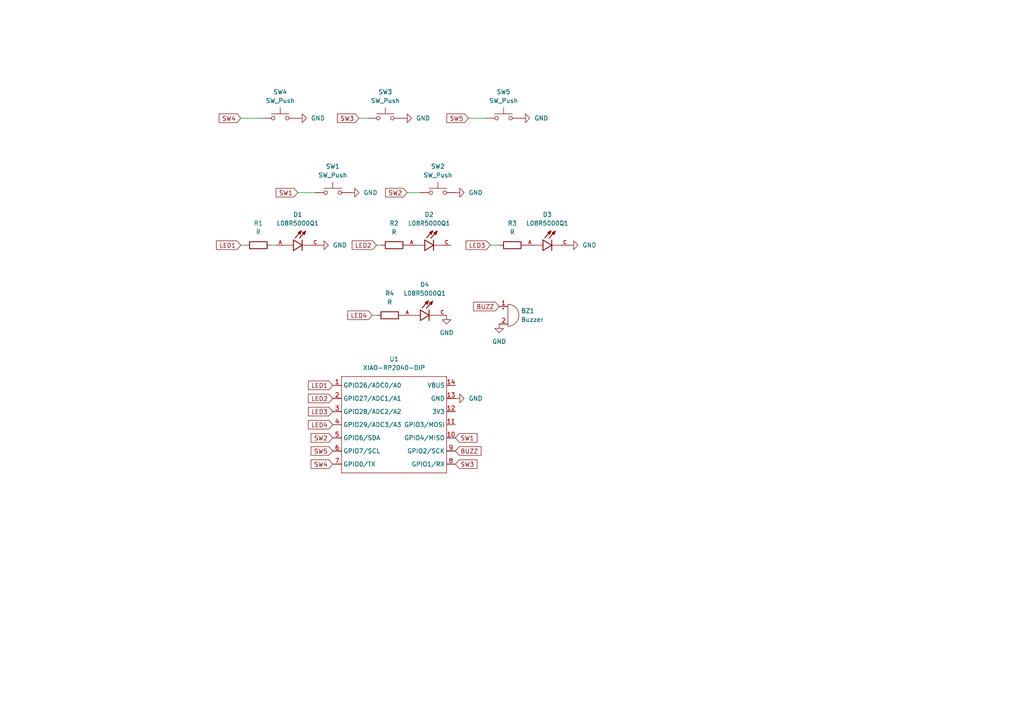
<source format=kicad_sch>
(kicad_sch
	(version 20250114)
	(generator "eeschema")
	(generator_version "9.0")
	(uuid "6e0ad182-ab19-4c39-881d-63bdc7ab4b12")
	(paper "A4")
	(lib_symbols
		(symbol "Device:Buzzer"
			(pin_names
				(offset 0.0254)
				(hide yes)
			)
			(exclude_from_sim no)
			(in_bom yes)
			(on_board yes)
			(property "Reference" "BZ"
				(at 3.81 1.27 0)
				(effects
					(font
						(size 1.27 1.27)
					)
					(justify left)
				)
			)
			(property "Value" "Buzzer"
				(at 3.81 -1.27 0)
				(effects
					(font
						(size 1.27 1.27)
					)
					(justify left)
				)
			)
			(property "Footprint" ""
				(at -0.635 2.54 90)
				(effects
					(font
						(size 1.27 1.27)
					)
					(hide yes)
				)
			)
			(property "Datasheet" "~"
				(at -0.635 2.54 90)
				(effects
					(font
						(size 1.27 1.27)
					)
					(hide yes)
				)
			)
			(property "Description" "Buzzer, polarized"
				(at 0 0 0)
				(effects
					(font
						(size 1.27 1.27)
					)
					(hide yes)
				)
			)
			(property "ki_keywords" "quartz resonator ceramic"
				(at 0 0 0)
				(effects
					(font
						(size 1.27 1.27)
					)
					(hide yes)
				)
			)
			(property "ki_fp_filters" "*Buzzer*"
				(at 0 0 0)
				(effects
					(font
						(size 1.27 1.27)
					)
					(hide yes)
				)
			)
			(symbol "Buzzer_0_1"
				(polyline
					(pts
						(xy -1.651 1.905) (xy -1.143 1.905)
					)
					(stroke
						(width 0)
						(type default)
					)
					(fill
						(type none)
					)
				)
				(polyline
					(pts
						(xy -1.397 2.159) (xy -1.397 1.651)
					)
					(stroke
						(width 0)
						(type default)
					)
					(fill
						(type none)
					)
				)
				(arc
					(start 0 3.175)
					(mid 3.1612 0)
					(end 0 -3.175)
					(stroke
						(width 0)
						(type default)
					)
					(fill
						(type none)
					)
				)
				(polyline
					(pts
						(xy 0 3.175) (xy 0 -3.175)
					)
					(stroke
						(width 0)
						(type default)
					)
					(fill
						(type none)
					)
				)
			)
			(symbol "Buzzer_1_1"
				(pin passive line
					(at -2.54 2.54 0)
					(length 2.54)
					(name "+"
						(effects
							(font
								(size 1.27 1.27)
							)
						)
					)
					(number "1"
						(effects
							(font
								(size 1.27 1.27)
							)
						)
					)
				)
				(pin passive line
					(at -2.54 -2.54 0)
					(length 2.54)
					(name "-"
						(effects
							(font
								(size 1.27 1.27)
							)
						)
					)
					(number "2"
						(effects
							(font
								(size 1.27 1.27)
							)
						)
					)
				)
			)
			(embedded_fonts no)
		)
		(symbol "Device:R"
			(pin_numbers
				(hide yes)
			)
			(pin_names
				(offset 0)
			)
			(exclude_from_sim no)
			(in_bom yes)
			(on_board yes)
			(property "Reference" "R"
				(at 2.032 0 90)
				(effects
					(font
						(size 1.27 1.27)
					)
				)
			)
			(property "Value" "R"
				(at 0 0 90)
				(effects
					(font
						(size 1.27 1.27)
					)
				)
			)
			(property "Footprint" ""
				(at -1.778 0 90)
				(effects
					(font
						(size 1.27 1.27)
					)
					(hide yes)
				)
			)
			(property "Datasheet" "~"
				(at 0 0 0)
				(effects
					(font
						(size 1.27 1.27)
					)
					(hide yes)
				)
			)
			(property "Description" "Resistor"
				(at 0 0 0)
				(effects
					(font
						(size 1.27 1.27)
					)
					(hide yes)
				)
			)
			(property "ki_keywords" "R res resistor"
				(at 0 0 0)
				(effects
					(font
						(size 1.27 1.27)
					)
					(hide yes)
				)
			)
			(property "ki_fp_filters" "R_*"
				(at 0 0 0)
				(effects
					(font
						(size 1.27 1.27)
					)
					(hide yes)
				)
			)
			(symbol "R_0_1"
				(rectangle
					(start -1.016 -2.54)
					(end 1.016 2.54)
					(stroke
						(width 0.254)
						(type default)
					)
					(fill
						(type none)
					)
				)
			)
			(symbol "R_1_1"
				(pin passive line
					(at 0 3.81 270)
					(length 1.27)
					(name "~"
						(effects
							(font
								(size 1.27 1.27)
							)
						)
					)
					(number "1"
						(effects
							(font
								(size 1.27 1.27)
							)
						)
					)
				)
				(pin passive line
					(at 0 -3.81 90)
					(length 1.27)
					(name "~"
						(effects
							(font
								(size 1.27 1.27)
							)
						)
					)
					(number "2"
						(effects
							(font
								(size 1.27 1.27)
							)
						)
					)
				)
			)
			(embedded_fonts no)
		)
		(symbol "L08R5000Q1:L08R5000Q1"
			(pin_names
				(offset 1.016)
			)
			(exclude_from_sim no)
			(in_bom yes)
			(on_board yes)
			(property "Reference" "D"
				(at -3.0988 4.4958 0)
				(effects
					(font
						(size 1.27 1.27)
					)
					(justify left bottom)
				)
			)
			(property "Value" "L08R5000Q1"
				(at -3.556 -3.302 0)
				(effects
					(font
						(size 1.27 1.27)
					)
					(justify left bottom)
				)
			)
			(property "Footprint" "L08R5000Q1:LEDRD254W57D500H1070"
				(at 0 0 0)
				(effects
					(font
						(size 1.27 1.27)
					)
					(justify bottom)
					(hide yes)
				)
			)
			(property "Datasheet" ""
				(at 0 0 0)
				(effects
					(font
						(size 1.27 1.27)
					)
					(hide yes)
				)
			)
			(property "Description" ""
				(at 0 0 0)
				(effects
					(font
						(size 1.27 1.27)
					)
					(hide yes)
				)
			)
			(property "MF" "LED Technology"
				(at 0 0 0)
				(effects
					(font
						(size 1.27 1.27)
					)
					(justify bottom)
					(hide yes)
				)
			)
			(property "MAXIMUM_PACKAGE_HEIGHT" "10.7mm"
				(at 0 0 0)
				(effects
					(font
						(size 1.27 1.27)
					)
					(justify bottom)
					(hide yes)
				)
			)
			(property "Package" "None"
				(at 0 0 0)
				(effects
					(font
						(size 1.27 1.27)
					)
					(justify bottom)
					(hide yes)
				)
			)
			(property "Price" "None"
				(at 0 0 0)
				(effects
					(font
						(size 1.27 1.27)
					)
					(justify bottom)
					(hide yes)
				)
			)
			(property "Check_prices" "https://www.snapeda.com/parts/L08R5000Q1/LED+Technology/view-part/?ref=eda"
				(at 0 0 0)
				(effects
					(font
						(size 1.27 1.27)
					)
					(justify bottom)
					(hide yes)
				)
			)
			(property "STANDARD" "IPC-7351B"
				(at 0 0 0)
				(effects
					(font
						(size 1.27 1.27)
					)
					(justify bottom)
					(hide yes)
				)
			)
			(property "PARTREV" "NA"
				(at 0 0 0)
				(effects
					(font
						(size 1.27 1.27)
					)
					(justify bottom)
					(hide yes)
				)
			)
			(property "SnapEDA_Link" "https://www.snapeda.com/parts/L08R5000Q1/LED+Technology/view-part/?ref=snap"
				(at 0 0 0)
				(effects
					(font
						(size 1.27 1.27)
					)
					(justify bottom)
					(hide yes)
				)
			)
			(property "MP" "L08R5000Q1"
				(at 0 0 0)
				(effects
					(font
						(size 1.27 1.27)
					)
					(justify bottom)
					(hide yes)
				)
			)
			(property "Description_1" "LED, 5MM, ORANGE; LED / Lamp Size: 5mm / T-1 3/4; LED Colour: Orange; Typ Luminous Intensity: 4.3mcd; Viewing Angle: ..."
				(at 0 0 0)
				(effects
					(font
						(size 1.27 1.27)
					)
					(justify bottom)
					(hide yes)
				)
			)
			(property "Availability" "Not in stock"
				(at 0 0 0)
				(effects
					(font
						(size 1.27 1.27)
					)
					(justify bottom)
					(hide yes)
				)
			)
			(property "MANUFACTURER" "LED TECHNOLOGY"
				(at 0 0 0)
				(effects
					(font
						(size 1.27 1.27)
					)
					(justify bottom)
					(hide yes)
				)
			)
			(symbol "L08R5000Q1_0_0"
				(polyline
					(pts
						(xy -2.54 1.524) (xy -2.54 0)
					)
					(stroke
						(width 0.254)
						(type default)
					)
					(fill
						(type none)
					)
				)
				(polyline
					(pts
						(xy -2.54 0) (xy -5.08 0)
					)
					(stroke
						(width 0.1524)
						(type default)
					)
					(fill
						(type none)
					)
				)
				(polyline
					(pts
						(xy -2.54 0) (xy -2.54 -1.524)
					)
					(stroke
						(width 0.254)
						(type default)
					)
					(fill
						(type none)
					)
				)
				(polyline
					(pts
						(xy -2.54 -1.524) (xy 0 0)
					)
					(stroke
						(width 0.254)
						(type default)
					)
					(fill
						(type none)
					)
				)
				(polyline
					(pts
						(xy -1.1176 3.683) (xy -0.2286 4.1656)
					)
					(stroke
						(width 0.254)
						(type default)
					)
					(fill
						(type none)
					)
				)
				(polyline
					(pts
						(xy -0.9398 3.6068) (xy -0.7112 3.7592)
					)
					(stroke
						(width 0.254)
						(type default)
					)
					(fill
						(type none)
					)
				)
				(polyline
					(pts
						(xy -0.5588 3.2004) (xy -1.1176 3.683)
					)
					(stroke
						(width 0.254)
						(type default)
					)
					(fill
						(type none)
					)
				)
				(polyline
					(pts
						(xy -0.5588 3.2004) (xy -0.5334 3.937)
					)
					(stroke
						(width 0.254)
						(type default)
					)
					(fill
						(type none)
					)
				)
				(polyline
					(pts
						(xy -0.5334 3.937) (xy -0.6604 3.937)
					)
					(stroke
						(width 0.254)
						(type default)
					)
					(fill
						(type none)
					)
				)
				(polyline
					(pts
						(xy -0.2286 4.1656) (xy -2.0066 2.1336)
					)
					(stroke
						(width 0.254)
						(type default)
					)
					(fill
						(type none)
					)
				)
				(polyline
					(pts
						(xy -0.2286 4.1656) (xy -0.5588 3.2004)
					)
					(stroke
						(width 0.254)
						(type default)
					)
					(fill
						(type none)
					)
				)
				(polyline
					(pts
						(xy 0 1.524) (xy 0 0)
					)
					(stroke
						(width 0.254)
						(type default)
					)
					(fill
						(type none)
					)
				)
				(polyline
					(pts
						(xy 0 0) (xy -2.54 1.524)
					)
					(stroke
						(width 0.254)
						(type default)
					)
					(fill
						(type none)
					)
				)
				(polyline
					(pts
						(xy 0 0) (xy 0 -1.524)
					)
					(stroke
						(width 0.254)
						(type default)
					)
					(fill
						(type none)
					)
				)
				(polyline
					(pts
						(xy 0.127 3.5814) (xy 1.016 4.064)
					)
					(stroke
						(width 0.254)
						(type default)
					)
					(fill
						(type none)
					)
				)
				(polyline
					(pts
						(xy 0.3048 3.5052) (xy 0.5334 3.6576)
					)
					(stroke
						(width 0.254)
						(type default)
					)
					(fill
						(type none)
					)
				)
				(polyline
					(pts
						(xy 0.6858 3.0988) (xy 0.127 3.5814)
					)
					(stroke
						(width 0.254)
						(type default)
					)
					(fill
						(type none)
					)
				)
				(polyline
					(pts
						(xy 0.6858 3.0988) (xy 0.7112 3.8354)
					)
					(stroke
						(width 0.254)
						(type default)
					)
					(fill
						(type none)
					)
				)
				(polyline
					(pts
						(xy 0.7112 3.8354) (xy 0.5842 3.8354)
					)
					(stroke
						(width 0.254)
						(type default)
					)
					(fill
						(type none)
					)
				)
				(polyline
					(pts
						(xy 1.016 4.064) (xy -0.762 2.032)
					)
					(stroke
						(width 0.254)
						(type default)
					)
					(fill
						(type none)
					)
				)
				(polyline
					(pts
						(xy 1.016 4.064) (xy 0.6858 3.0988)
					)
					(stroke
						(width 0.254)
						(type default)
					)
					(fill
						(type none)
					)
				)
				(polyline
					(pts
						(xy 2.54 0) (xy 0 0)
					)
					(stroke
						(width 0.1524)
						(type default)
					)
					(fill
						(type none)
					)
				)
				(pin passive line
					(at -7.62 0 0)
					(length 2.54)
					(name "~"
						(effects
							(font
								(size 1.016 1.016)
							)
						)
					)
					(number "A"
						(effects
							(font
								(size 1.016 1.016)
							)
						)
					)
				)
				(pin passive line
					(at 5.08 0 180)
					(length 2.54)
					(name "~"
						(effects
							(font
								(size 1.016 1.016)
							)
						)
					)
					(number "C"
						(effects
							(font
								(size 1.016 1.016)
							)
						)
					)
				)
			)
			(embedded_fonts no)
		)
		(symbol "Seeed_Studio_XIAO_Series:XIAO-RP2040-DIP"
			(exclude_from_sim no)
			(in_bom yes)
			(on_board yes)
			(property "Reference" "U"
				(at 0 0 0)
				(effects
					(font
						(size 1.27 1.27)
					)
				)
			)
			(property "Value" "XIAO-RP2040-DIP"
				(at 5.334 -1.778 0)
				(effects
					(font
						(size 1.27 1.27)
					)
				)
			)
			(property "Footprint" "Module:MOUDLE14P-XIAO-DIP-SMD"
				(at 14.478 -32.258 0)
				(effects
					(font
						(size 1.27 1.27)
					)
					(hide yes)
				)
			)
			(property "Datasheet" ""
				(at 0 0 0)
				(effects
					(font
						(size 1.27 1.27)
					)
					(hide yes)
				)
			)
			(property "Description" ""
				(at 0 0 0)
				(effects
					(font
						(size 1.27 1.27)
					)
					(hide yes)
				)
			)
			(symbol "XIAO-RP2040-DIP_1_0"
				(polyline
					(pts
						(xy -1.27 -2.54) (xy 29.21 -2.54)
					)
					(stroke
						(width 0.1524)
						(type solid)
					)
					(fill
						(type none)
					)
				)
				(polyline
					(pts
						(xy -1.27 -5.08) (xy -2.54 -5.08)
					)
					(stroke
						(width 0.1524)
						(type solid)
					)
					(fill
						(type none)
					)
				)
				(polyline
					(pts
						(xy -1.27 -5.08) (xy -1.27 -2.54)
					)
					(stroke
						(width 0.1524)
						(type solid)
					)
					(fill
						(type none)
					)
				)
				(polyline
					(pts
						(xy -1.27 -8.89) (xy -2.54 -8.89)
					)
					(stroke
						(width 0.1524)
						(type solid)
					)
					(fill
						(type none)
					)
				)
				(polyline
					(pts
						(xy -1.27 -8.89) (xy -1.27 -5.08)
					)
					(stroke
						(width 0.1524)
						(type solid)
					)
					(fill
						(type none)
					)
				)
				(polyline
					(pts
						(xy -1.27 -12.7) (xy -2.54 -12.7)
					)
					(stroke
						(width 0.1524)
						(type solid)
					)
					(fill
						(type none)
					)
				)
				(polyline
					(pts
						(xy -1.27 -12.7) (xy -1.27 -8.89)
					)
					(stroke
						(width 0.1524)
						(type solid)
					)
					(fill
						(type none)
					)
				)
				(polyline
					(pts
						(xy -1.27 -16.51) (xy -2.54 -16.51)
					)
					(stroke
						(width 0.1524)
						(type solid)
					)
					(fill
						(type none)
					)
				)
				(polyline
					(pts
						(xy -1.27 -16.51) (xy -1.27 -12.7)
					)
					(stroke
						(width 0.1524)
						(type solid)
					)
					(fill
						(type none)
					)
				)
				(polyline
					(pts
						(xy -1.27 -20.32) (xy -2.54 -20.32)
					)
					(stroke
						(width 0.1524)
						(type solid)
					)
					(fill
						(type none)
					)
				)
				(polyline
					(pts
						(xy -1.27 -24.13) (xy -2.54 -24.13)
					)
					(stroke
						(width 0.1524)
						(type solid)
					)
					(fill
						(type none)
					)
				)
				(polyline
					(pts
						(xy -1.27 -27.94) (xy -2.54 -27.94)
					)
					(stroke
						(width 0.1524)
						(type solid)
					)
					(fill
						(type none)
					)
				)
				(polyline
					(pts
						(xy -1.27 -30.48) (xy -1.27 -16.51)
					)
					(stroke
						(width 0.1524)
						(type solid)
					)
					(fill
						(type none)
					)
				)
				(polyline
					(pts
						(xy 29.21 -2.54) (xy 29.21 -5.08)
					)
					(stroke
						(width 0.1524)
						(type solid)
					)
					(fill
						(type none)
					)
				)
				(polyline
					(pts
						(xy 29.21 -5.08) (xy 29.21 -8.89)
					)
					(stroke
						(width 0.1524)
						(type solid)
					)
					(fill
						(type none)
					)
				)
				(polyline
					(pts
						(xy 29.21 -8.89) (xy 29.21 -12.7)
					)
					(stroke
						(width 0.1524)
						(type solid)
					)
					(fill
						(type none)
					)
				)
				(polyline
					(pts
						(xy 29.21 -12.7) (xy 29.21 -30.48)
					)
					(stroke
						(width 0.1524)
						(type solid)
					)
					(fill
						(type none)
					)
				)
				(polyline
					(pts
						(xy 29.21 -30.48) (xy -1.27 -30.48)
					)
					(stroke
						(width 0.1524)
						(type solid)
					)
					(fill
						(type none)
					)
				)
				(polyline
					(pts
						(xy 30.48 -5.08) (xy 29.21 -5.08)
					)
					(stroke
						(width 0.1524)
						(type solid)
					)
					(fill
						(type none)
					)
				)
				(polyline
					(pts
						(xy 30.48 -8.89) (xy 29.21 -8.89)
					)
					(stroke
						(width 0.1524)
						(type solid)
					)
					(fill
						(type none)
					)
				)
				(polyline
					(pts
						(xy 30.48 -12.7) (xy 29.21 -12.7)
					)
					(stroke
						(width 0.1524)
						(type solid)
					)
					(fill
						(type none)
					)
				)
				(polyline
					(pts
						(xy 30.48 -16.51) (xy 29.21 -16.51)
					)
					(stroke
						(width 0.1524)
						(type solid)
					)
					(fill
						(type none)
					)
				)
				(polyline
					(pts
						(xy 30.48 -20.32) (xy 29.21 -20.32)
					)
					(stroke
						(width 0.1524)
						(type solid)
					)
					(fill
						(type none)
					)
				)
				(polyline
					(pts
						(xy 30.48 -24.13) (xy 29.21 -24.13)
					)
					(stroke
						(width 0.1524)
						(type solid)
					)
					(fill
						(type none)
					)
				)
				(polyline
					(pts
						(xy 30.48 -27.94) (xy 29.21 -27.94)
					)
					(stroke
						(width 0.1524)
						(type solid)
					)
					(fill
						(type none)
					)
				)
				(pin passive line
					(at -3.81 -5.08 0)
					(length 2.54)
					(name "GPIO26/ADC0/A0"
						(effects
							(font
								(size 1.27 1.27)
							)
						)
					)
					(number "1"
						(effects
							(font
								(size 1.27 1.27)
							)
						)
					)
				)
				(pin passive line
					(at -3.81 -8.89 0)
					(length 2.54)
					(name "GPIO27/ADC1/A1"
						(effects
							(font
								(size 1.27 1.27)
							)
						)
					)
					(number "2"
						(effects
							(font
								(size 1.27 1.27)
							)
						)
					)
				)
				(pin passive line
					(at -3.81 -12.7 0)
					(length 2.54)
					(name "GPIO28/ADC2/A2"
						(effects
							(font
								(size 1.27 1.27)
							)
						)
					)
					(number "3"
						(effects
							(font
								(size 1.27 1.27)
							)
						)
					)
				)
				(pin passive line
					(at -3.81 -16.51 0)
					(length 2.54)
					(name "GPIO29/ADC3/A3"
						(effects
							(font
								(size 1.27 1.27)
							)
						)
					)
					(number "4"
						(effects
							(font
								(size 1.27 1.27)
							)
						)
					)
				)
				(pin passive line
					(at -3.81 -20.32 0)
					(length 2.54)
					(name "GPIO6/SDA"
						(effects
							(font
								(size 1.27 1.27)
							)
						)
					)
					(number "5"
						(effects
							(font
								(size 1.27 1.27)
							)
						)
					)
				)
				(pin passive line
					(at -3.81 -24.13 0)
					(length 2.54)
					(name "GPIO7/SCL"
						(effects
							(font
								(size 1.27 1.27)
							)
						)
					)
					(number "6"
						(effects
							(font
								(size 1.27 1.27)
							)
						)
					)
				)
				(pin passive line
					(at -3.81 -27.94 0)
					(length 2.54)
					(name "GPIO0/TX"
						(effects
							(font
								(size 1.27 1.27)
							)
						)
					)
					(number "7"
						(effects
							(font
								(size 1.27 1.27)
							)
						)
					)
				)
				(pin passive line
					(at 31.75 -5.08 180)
					(length 2.54)
					(name "VBUS"
						(effects
							(font
								(size 1.27 1.27)
							)
						)
					)
					(number "14"
						(effects
							(font
								(size 1.27 1.27)
							)
						)
					)
				)
				(pin passive line
					(at 31.75 -8.89 180)
					(length 2.54)
					(name "GND"
						(effects
							(font
								(size 1.27 1.27)
							)
						)
					)
					(number "13"
						(effects
							(font
								(size 1.27 1.27)
							)
						)
					)
				)
				(pin passive line
					(at 31.75 -12.7 180)
					(length 2.54)
					(name "3V3"
						(effects
							(font
								(size 1.27 1.27)
							)
						)
					)
					(number "12"
						(effects
							(font
								(size 1.27 1.27)
							)
						)
					)
				)
				(pin passive line
					(at 31.75 -16.51 180)
					(length 2.54)
					(name "GPIO3/MOSI"
						(effects
							(font
								(size 1.27 1.27)
							)
						)
					)
					(number "11"
						(effects
							(font
								(size 1.27 1.27)
							)
						)
					)
				)
				(pin passive line
					(at 31.75 -20.32 180)
					(length 2.54)
					(name "GPIO4/MISO"
						(effects
							(font
								(size 1.27 1.27)
							)
						)
					)
					(number "10"
						(effects
							(font
								(size 1.27 1.27)
							)
						)
					)
				)
				(pin passive line
					(at 31.75 -24.13 180)
					(length 2.54)
					(name "GPIO2/SCK"
						(effects
							(font
								(size 1.27 1.27)
							)
						)
					)
					(number "9"
						(effects
							(font
								(size 1.27 1.27)
							)
						)
					)
				)
				(pin passive line
					(at 31.75 -27.94 180)
					(length 2.54)
					(name "GPIO1/RX"
						(effects
							(font
								(size 1.27 1.27)
							)
						)
					)
					(number "8"
						(effects
							(font
								(size 1.27 1.27)
							)
						)
					)
				)
			)
			(embedded_fonts no)
		)
		(symbol "Switch:SW_Push"
			(pin_numbers
				(hide yes)
			)
			(pin_names
				(offset 1.016)
				(hide yes)
			)
			(exclude_from_sim no)
			(in_bom yes)
			(on_board yes)
			(property "Reference" "SW"
				(at 1.27 2.54 0)
				(effects
					(font
						(size 1.27 1.27)
					)
					(justify left)
				)
			)
			(property "Value" "SW_Push"
				(at 0 -1.524 0)
				(effects
					(font
						(size 1.27 1.27)
					)
				)
			)
			(property "Footprint" ""
				(at 0 5.08 0)
				(effects
					(font
						(size 1.27 1.27)
					)
					(hide yes)
				)
			)
			(property "Datasheet" "~"
				(at 0 5.08 0)
				(effects
					(font
						(size 1.27 1.27)
					)
					(hide yes)
				)
			)
			(property "Description" "Push button switch, generic, two pins"
				(at 0 0 0)
				(effects
					(font
						(size 1.27 1.27)
					)
					(hide yes)
				)
			)
			(property "ki_keywords" "switch normally-open pushbutton push-button"
				(at 0 0 0)
				(effects
					(font
						(size 1.27 1.27)
					)
					(hide yes)
				)
			)
			(symbol "SW_Push_0_1"
				(circle
					(center -2.032 0)
					(radius 0.508)
					(stroke
						(width 0)
						(type default)
					)
					(fill
						(type none)
					)
				)
				(polyline
					(pts
						(xy 0 1.27) (xy 0 3.048)
					)
					(stroke
						(width 0)
						(type default)
					)
					(fill
						(type none)
					)
				)
				(circle
					(center 2.032 0)
					(radius 0.508)
					(stroke
						(width 0)
						(type default)
					)
					(fill
						(type none)
					)
				)
				(polyline
					(pts
						(xy 2.54 1.27) (xy -2.54 1.27)
					)
					(stroke
						(width 0)
						(type default)
					)
					(fill
						(type none)
					)
				)
				(pin passive line
					(at -5.08 0 0)
					(length 2.54)
					(name "1"
						(effects
							(font
								(size 1.27 1.27)
							)
						)
					)
					(number "1"
						(effects
							(font
								(size 1.27 1.27)
							)
						)
					)
				)
				(pin passive line
					(at 5.08 0 180)
					(length 2.54)
					(name "2"
						(effects
							(font
								(size 1.27 1.27)
							)
						)
					)
					(number "2"
						(effects
							(font
								(size 1.27 1.27)
							)
						)
					)
				)
			)
			(embedded_fonts no)
		)
		(symbol "power:GND"
			(power)
			(pin_numbers
				(hide yes)
			)
			(pin_names
				(offset 0)
				(hide yes)
			)
			(exclude_from_sim no)
			(in_bom yes)
			(on_board yes)
			(property "Reference" "#PWR"
				(at 0 -6.35 0)
				(effects
					(font
						(size 1.27 1.27)
					)
					(hide yes)
				)
			)
			(property "Value" "GND"
				(at 0 -3.81 0)
				(effects
					(font
						(size 1.27 1.27)
					)
				)
			)
			(property "Footprint" ""
				(at 0 0 0)
				(effects
					(font
						(size 1.27 1.27)
					)
					(hide yes)
				)
			)
			(property "Datasheet" ""
				(at 0 0 0)
				(effects
					(font
						(size 1.27 1.27)
					)
					(hide yes)
				)
			)
			(property "Description" "Power symbol creates a global label with name \"GND\" , ground"
				(at 0 0 0)
				(effects
					(font
						(size 1.27 1.27)
					)
					(hide yes)
				)
			)
			(property "ki_keywords" "global power"
				(at 0 0 0)
				(effects
					(font
						(size 1.27 1.27)
					)
					(hide yes)
				)
			)
			(symbol "GND_0_1"
				(polyline
					(pts
						(xy 0 0) (xy 0 -1.27) (xy 1.27 -1.27) (xy 0 -2.54) (xy -1.27 -1.27) (xy 0 -1.27)
					)
					(stroke
						(width 0)
						(type default)
					)
					(fill
						(type none)
					)
				)
			)
			(symbol "GND_1_1"
				(pin power_in line
					(at 0 0 270)
					(length 0)
					(name "~"
						(effects
							(font
								(size 1.27 1.27)
							)
						)
					)
					(number "1"
						(effects
							(font
								(size 1.27 1.27)
							)
						)
					)
				)
			)
			(embedded_fonts no)
		)
	)
	(wire
		(pts
			(xy 107.95 91.44) (xy 109.22 91.44)
		)
		(stroke
			(width 0)
			(type default)
		)
		(uuid "25fa82dc-2279-4e91-8f18-85b3b5463a93")
	)
	(wire
		(pts
			(xy 69.85 34.29) (xy 76.2 34.29)
		)
		(stroke
			(width 0)
			(type default)
		)
		(uuid "2caafdfa-5f3c-47c3-8d75-9a3c5f29f5be")
	)
	(wire
		(pts
			(xy 69.85 71.12) (xy 71.12 71.12)
		)
		(stroke
			(width 0)
			(type default)
		)
		(uuid "506b372a-b746-4ad7-be2a-d76c660f9651")
	)
	(wire
		(pts
			(xy 104.14 34.29) (xy 106.68 34.29)
		)
		(stroke
			(width 0)
			(type default)
		)
		(uuid "50bae55d-76f5-4be4-a96e-5dec956e2aa5")
	)
	(wire
		(pts
			(xy 118.11 55.88) (xy 121.92 55.88)
		)
		(stroke
			(width 0)
			(type default)
		)
		(uuid "5fe421c3-7d94-4af7-9b11-f2e5d44bfde3")
	)
	(wire
		(pts
			(xy 135.89 34.29) (xy 140.97 34.29)
		)
		(stroke
			(width 0)
			(type default)
		)
		(uuid "6683eb2e-50f5-4687-bbf5-2a90cae66f80")
	)
	(wire
		(pts
			(xy 142.24 71.12) (xy 144.78 71.12)
		)
		(stroke
			(width 0)
			(type default)
		)
		(uuid "72675e5a-bb88-4702-9fb9-f49f5fa66657")
	)
	(wire
		(pts
			(xy 109.22 71.12) (xy 110.49 71.12)
		)
		(stroke
			(width 0)
			(type default)
		)
		(uuid "a1c03a84-3dde-4788-8cd9-08526fbd3334")
	)
	(wire
		(pts
			(xy 78.74 71.12) (xy 80.01 71.12)
		)
		(stroke
			(width 0)
			(type default)
		)
		(uuid "c2767d7b-3b77-47e4-82c4-43f3ca64fbf5")
	)
	(wire
		(pts
			(xy 86.36 55.88) (xy 91.44 55.88)
		)
		(stroke
			(width 0)
			(type default)
		)
		(uuid "f211279e-b82a-4560-833e-56411adc4123")
	)
	(global_label "LED1"
		(shape input)
		(at 96.52 111.76 180)
		(fields_autoplaced yes)
		(effects
			(font
				(size 1.27 1.27)
			)
			(justify right)
		)
		(uuid "00ef1af0-6713-455a-8b8a-25149c67be13")
		(property "Intersheetrefs" "${INTERSHEET_REFS}"
			(at 88.8782 111.76 0)
			(effects
				(font
					(size 1.27 1.27)
				)
				(justify right)
				(hide yes)
			)
		)
	)
	(global_label "SW4"
		(shape input)
		(at 69.85 34.29 180)
		(fields_autoplaced yes)
		(effects
			(font
				(size 1.27 1.27)
			)
			(justify right)
		)
		(uuid "2b0a855a-a27e-4a3e-9d4b-1b29cd588803")
		(property "Intersheetrefs" "${INTERSHEET_REFS}"
			(at 62.9944 34.29 0)
			(effects
				(font
					(size 1.27 1.27)
				)
				(justify right)
				(hide yes)
			)
		)
	)
	(global_label "LED3"
		(shape input)
		(at 96.52 119.38 180)
		(fields_autoplaced yes)
		(effects
			(font
				(size 1.27 1.27)
			)
			(justify right)
		)
		(uuid "3660a424-cfa0-4de2-aff5-583037751a80")
		(property "Intersheetrefs" "${INTERSHEET_REFS}"
			(at 88.8782 119.38 0)
			(effects
				(font
					(size 1.27 1.27)
				)
				(justify right)
				(hide yes)
			)
		)
	)
	(global_label "LED2"
		(shape input)
		(at 96.52 115.57 180)
		(fields_autoplaced yes)
		(effects
			(font
				(size 1.27 1.27)
			)
			(justify right)
		)
		(uuid "38037ec5-2321-48b6-98cc-a4eff3512261")
		(property "Intersheetrefs" "${INTERSHEET_REFS}"
			(at 88.8782 115.57 0)
			(effects
				(font
					(size 1.27 1.27)
				)
				(justify right)
				(hide yes)
			)
		)
	)
	(global_label "BUZZ"
		(shape input)
		(at 132.08 130.81 0)
		(fields_autoplaced yes)
		(effects
			(font
				(size 1.27 1.27)
			)
			(justify left)
		)
		(uuid "38db40cb-1d24-4564-aef3-142f7d954616")
		(property "Intersheetrefs" "${INTERSHEET_REFS}"
			(at 140.0847 130.81 0)
			(effects
				(font
					(size 1.27 1.27)
				)
				(justify left)
				(hide yes)
			)
		)
	)
	(global_label "SW2"
		(shape input)
		(at 118.11 55.88 180)
		(fields_autoplaced yes)
		(effects
			(font
				(size 1.27 1.27)
			)
			(justify right)
		)
		(uuid "4073f108-89e6-4cd2-838e-b50721123b55")
		(property "Intersheetrefs" "${INTERSHEET_REFS}"
			(at 111.2544 55.88 0)
			(effects
				(font
					(size 1.27 1.27)
				)
				(justify right)
				(hide yes)
			)
		)
	)
	(global_label "LED1"
		(shape input)
		(at 69.85 71.12 180)
		(fields_autoplaced yes)
		(effects
			(font
				(size 1.27 1.27)
			)
			(justify right)
		)
		(uuid "4bd87501-d8d3-4e2a-a497-f0cf1121bc64")
		(property "Intersheetrefs" "${INTERSHEET_REFS}"
			(at 62.2082 71.12 0)
			(effects
				(font
					(size 1.27 1.27)
				)
				(justify right)
				(hide yes)
			)
		)
	)
	(global_label "LED4"
		(shape input)
		(at 96.52 123.19 180)
		(fields_autoplaced yes)
		(effects
			(font
				(size 1.27 1.27)
			)
			(justify right)
		)
		(uuid "5d2dad01-1d0a-4ee3-90ea-31dda3078ec0")
		(property "Intersheetrefs" "${INTERSHEET_REFS}"
			(at 88.8782 123.19 0)
			(effects
				(font
					(size 1.27 1.27)
				)
				(justify right)
				(hide yes)
			)
		)
	)
	(global_label "SW2"
		(shape input)
		(at 96.52 127 180)
		(fields_autoplaced yes)
		(effects
			(font
				(size 1.27 1.27)
			)
			(justify right)
		)
		(uuid "607b3181-c811-4027-85c0-5e5c8bc9e034")
		(property "Intersheetrefs" "${INTERSHEET_REFS}"
			(at 89.6644 127 0)
			(effects
				(font
					(size 1.27 1.27)
				)
				(justify right)
				(hide yes)
			)
		)
	)
	(global_label "SW5"
		(shape input)
		(at 96.52 130.81 180)
		(fields_autoplaced yes)
		(effects
			(font
				(size 1.27 1.27)
			)
			(justify right)
		)
		(uuid "62b35a2e-5dcd-4443-a8f4-d19b84829e13")
		(property "Intersheetrefs" "${INTERSHEET_REFS}"
			(at 89.6644 130.81 0)
			(effects
				(font
					(size 1.27 1.27)
				)
				(justify right)
				(hide yes)
			)
		)
	)
	(global_label "SW3"
		(shape input)
		(at 132.08 134.62 0)
		(fields_autoplaced yes)
		(effects
			(font
				(size 1.27 1.27)
			)
			(justify left)
		)
		(uuid "68d9a55b-125d-4d1c-bbd1-944dd312b20c")
		(property "Intersheetrefs" "${INTERSHEET_REFS}"
			(at 138.9356 134.62 0)
			(effects
				(font
					(size 1.27 1.27)
				)
				(justify left)
				(hide yes)
			)
		)
	)
	(global_label "LED4"
		(shape input)
		(at 107.95 91.44 180)
		(fields_autoplaced yes)
		(effects
			(font
				(size 1.27 1.27)
			)
			(justify right)
		)
		(uuid "6a89d85f-650b-4f42-89e9-7a9ba9c2a99a")
		(property "Intersheetrefs" "${INTERSHEET_REFS}"
			(at 100.3082 91.44 0)
			(effects
				(font
					(size 1.27 1.27)
				)
				(justify right)
				(hide yes)
			)
		)
	)
	(global_label "SW5"
		(shape input)
		(at 135.89 34.29 180)
		(fields_autoplaced yes)
		(effects
			(font
				(size 1.27 1.27)
			)
			(justify right)
		)
		(uuid "722c7d8a-24c1-40ec-9383-3a2c58d387d2")
		(property "Intersheetrefs" "${INTERSHEET_REFS}"
			(at 129.0344 34.29 0)
			(effects
				(font
					(size 1.27 1.27)
				)
				(justify right)
				(hide yes)
			)
		)
	)
	(global_label "LED3"
		(shape input)
		(at 142.24 71.12 180)
		(fields_autoplaced yes)
		(effects
			(font
				(size 1.27 1.27)
			)
			(justify right)
		)
		(uuid "87e72a02-0006-457b-8f36-6a5a396878ed")
		(property "Intersheetrefs" "${INTERSHEET_REFS}"
			(at 134.5982 71.12 0)
			(effects
				(font
					(size 1.27 1.27)
				)
				(justify right)
				(hide yes)
			)
		)
	)
	(global_label "SW3"
		(shape input)
		(at 104.14 34.29 180)
		(fields_autoplaced yes)
		(effects
			(font
				(size 1.27 1.27)
			)
			(justify right)
		)
		(uuid "98a5ec71-9804-4c64-b223-d04cee6c3025")
		(property "Intersheetrefs" "${INTERSHEET_REFS}"
			(at 97.2844 34.29 0)
			(effects
				(font
					(size 1.27 1.27)
				)
				(justify right)
				(hide yes)
			)
		)
	)
	(global_label "SW1"
		(shape input)
		(at 86.36 55.88 180)
		(fields_autoplaced yes)
		(effects
			(font
				(size 1.27 1.27)
			)
			(justify right)
		)
		(uuid "9acf5846-77f1-437f-a14a-8d207765e387")
		(property "Intersheetrefs" "${INTERSHEET_REFS}"
			(at 79.5044 55.88 0)
			(effects
				(font
					(size 1.27 1.27)
				)
				(justify right)
				(hide yes)
			)
		)
	)
	(global_label "BUZZ"
		(shape input)
		(at 144.78 88.9 180)
		(fields_autoplaced yes)
		(effects
			(font
				(size 1.27 1.27)
			)
			(justify right)
		)
		(uuid "a83031a5-3b8c-4652-b977-760af99e5a4c")
		(property "Intersheetrefs" "${INTERSHEET_REFS}"
			(at 136.7753 88.9 0)
			(effects
				(font
					(size 1.27 1.27)
				)
				(justify right)
				(hide yes)
			)
		)
	)
	(global_label "SW4"
		(shape input)
		(at 96.52 134.62 180)
		(fields_autoplaced yes)
		(effects
			(font
				(size 1.27 1.27)
			)
			(justify right)
		)
		(uuid "ce8b354b-c9ae-4f09-b91d-47c2907435cc")
		(property "Intersheetrefs" "${INTERSHEET_REFS}"
			(at 89.6644 134.62 0)
			(effects
				(font
					(size 1.27 1.27)
				)
				(justify right)
				(hide yes)
			)
		)
	)
	(global_label "LED2"
		(shape input)
		(at 109.22 71.12 180)
		(fields_autoplaced yes)
		(effects
			(font
				(size 1.27 1.27)
			)
			(justify right)
		)
		(uuid "dd7162f6-a8ec-4616-90cf-2c753969a472")
		(property "Intersheetrefs" "${INTERSHEET_REFS}"
			(at 101.5782 71.12 0)
			(effects
				(font
					(size 1.27 1.27)
				)
				(justify right)
				(hide yes)
			)
		)
	)
	(global_label "SW1"
		(shape input)
		(at 132.08 127 0)
		(fields_autoplaced yes)
		(effects
			(font
				(size 1.27 1.27)
			)
			(justify left)
		)
		(uuid "eb70c666-ca5f-4868-9e4b-6969198c2c53")
		(property "Intersheetrefs" "${INTERSHEET_REFS}"
			(at 138.9356 127 0)
			(effects
				(font
					(size 1.27 1.27)
				)
				(justify left)
				(hide yes)
			)
		)
	)
	(symbol
		(lib_id "Seeed_Studio_XIAO_Series:XIAO-RP2040-DIP")
		(at 100.33 106.68 0)
		(unit 1)
		(exclude_from_sim no)
		(in_bom yes)
		(on_board yes)
		(dnp no)
		(fields_autoplaced yes)
		(uuid "0290e386-1997-4824-b42b-ea871e6f2bbc")
		(property "Reference" "U1"
			(at 114.3 104.14 0)
			(effects
				(font
					(size 1.27 1.27)
				)
			)
		)
		(property "Value" "XIAO-RP2040-DIP"
			(at 114.3 106.68 0)
			(effects
				(font
					(size 1.27 1.27)
				)
			)
		)
		(property "Footprint" "ReactFinder:XIAO-RP2040-DIP"
			(at 114.808 138.938 0)
			(effects
				(font
					(size 1.27 1.27)
				)
				(hide yes)
			)
		)
		(property "Datasheet" ""
			(at 100.33 106.68 0)
			(effects
				(font
					(size 1.27 1.27)
				)
				(hide yes)
			)
		)
		(property "Description" ""
			(at 100.33 106.68 0)
			(effects
				(font
					(size 1.27 1.27)
				)
				(hide yes)
			)
		)
		(pin "6"
			(uuid "ae994c41-9150-4260-a8ba-e9ed1c407861")
		)
		(pin "13"
			(uuid "72146317-5756-4a6e-91d3-d0ed69f53ac8")
		)
		(pin "10"
			(uuid "e2a43b15-0e8b-4b04-8605-31914e2b0652")
		)
		(pin "12"
			(uuid "5d916041-f290-49ce-b9f1-51b96e850c38")
		)
		(pin "3"
			(uuid "234f74b9-83b3-47e8-ac3d-84c44192b4ff")
		)
		(pin "11"
			(uuid "61fd7664-5ca7-4088-8b04-fc0b6ed7c2df")
		)
		(pin "14"
			(uuid "fffe06ed-a59f-4dff-8683-9927b3a16a18")
		)
		(pin "7"
			(uuid "17f796a2-345a-41d6-a053-b669a044a862")
		)
		(pin "2"
			(uuid "29c6b682-682b-4c67-9bfd-3d5acc82f2e5")
		)
		(pin "4"
			(uuid "36f0eaa5-f250-42df-90a7-f39d8799dbe3")
		)
		(pin "5"
			(uuid "0a6c5431-a826-4062-9a1e-01779b4d433e")
		)
		(pin "9"
			(uuid "7bd84497-9d93-4dee-8a2e-502138295b43")
		)
		(pin "8"
			(uuid "0c8b72f1-47f4-4ba4-aceb-8626072048e8")
		)
		(pin "1"
			(uuid "a1e92fc9-cddd-4cff-8ca7-233745733c37")
		)
		(instances
			(project ""
				(path "/6e0ad182-ab19-4c39-881d-63bdc7ab4b12"
					(reference "U1")
					(unit 1)
				)
			)
		)
	)
	(symbol
		(lib_id "power:GND")
		(at 132.08 55.88 90)
		(unit 1)
		(exclude_from_sim no)
		(in_bom yes)
		(on_board yes)
		(dnp no)
		(fields_autoplaced yes)
		(uuid "0a826fa7-cbfa-4667-89b2-1d20daf4db24")
		(property "Reference" "#PWR04"
			(at 138.43 55.88 0)
			(effects
				(font
					(size 1.27 1.27)
				)
				(hide yes)
			)
		)
		(property "Value" "GND"
			(at 135.89 55.8799 90)
			(effects
				(font
					(size 1.27 1.27)
				)
				(justify right)
			)
		)
		(property "Footprint" ""
			(at 132.08 55.88 0)
			(effects
				(font
					(size 1.27 1.27)
				)
				(hide yes)
			)
		)
		(property "Datasheet" ""
			(at 132.08 55.88 0)
			(effects
				(font
					(size 1.27 1.27)
				)
				(hide yes)
			)
		)
		(property "Description" "Power symbol creates a global label with name \"GND\" , ground"
			(at 132.08 55.88 0)
			(effects
				(font
					(size 1.27 1.27)
				)
				(hide yes)
			)
		)
		(pin "1"
			(uuid "d68f7054-4f6a-4b64-a260-3564f678c430")
		)
		(instances
			(project "HopeFinder"
				(path "/6e0ad182-ab19-4c39-881d-63bdc7ab4b12"
					(reference "#PWR04")
					(unit 1)
				)
			)
		)
	)
	(symbol
		(lib_id "power:GND")
		(at 116.84 34.29 90)
		(unit 1)
		(exclude_from_sim no)
		(in_bom yes)
		(on_board yes)
		(dnp no)
		(fields_autoplaced yes)
		(uuid "0e61d849-c063-4e71-a8ff-b978132bedcb")
		(property "Reference" "#PWR08"
			(at 123.19 34.29 0)
			(effects
				(font
					(size 1.27 1.27)
				)
				(hide yes)
			)
		)
		(property "Value" "GND"
			(at 120.65 34.2899 90)
			(effects
				(font
					(size 1.27 1.27)
				)
				(justify right)
			)
		)
		(property "Footprint" ""
			(at 116.84 34.29 0)
			(effects
				(font
					(size 1.27 1.27)
				)
				(hide yes)
			)
		)
		(property "Datasheet" ""
			(at 116.84 34.29 0)
			(effects
				(font
					(size 1.27 1.27)
				)
				(hide yes)
			)
		)
		(property "Description" "Power symbol creates a global label with name \"GND\" , ground"
			(at 116.84 34.29 0)
			(effects
				(font
					(size 1.27 1.27)
				)
				(hide yes)
			)
		)
		(pin "1"
			(uuid "11a14a33-3016-428a-8805-8da81e3c0e5b")
		)
		(instances
			(project "HopeFinder"
				(path "/6e0ad182-ab19-4c39-881d-63bdc7ab4b12"
					(reference "#PWR08")
					(unit 1)
				)
			)
		)
	)
	(symbol
		(lib_id "Switch:SW_Push")
		(at 111.76 34.29 0)
		(unit 1)
		(exclude_from_sim no)
		(in_bom yes)
		(on_board yes)
		(dnp no)
		(fields_autoplaced yes)
		(uuid "1149a24a-eca2-4d05-af11-53b2da6367ff")
		(property "Reference" "SW3"
			(at 111.76 26.67 0)
			(effects
				(font
					(size 1.27 1.27)
				)
			)
		)
		(property "Value" "SW_Push"
			(at 111.76 29.21 0)
			(effects
				(font
					(size 1.27 1.27)
				)
			)
		)
		(property "Footprint" "Button_Switch_Keyboard:SW_Cherry_MX_1.00u_PCB"
			(at 111.76 29.21 0)
			(effects
				(font
					(size 1.27 1.27)
				)
				(hide yes)
			)
		)
		(property "Datasheet" "~"
			(at 111.76 29.21 0)
			(effects
				(font
					(size 1.27 1.27)
				)
				(hide yes)
			)
		)
		(property "Description" "Push button switch, generic, two pins"
			(at 111.76 34.29 0)
			(effects
				(font
					(size 1.27 1.27)
				)
				(hide yes)
			)
		)
		(pin "1"
			(uuid "f521e62a-b479-4fb8-953d-bb74c38667b9")
		)
		(pin "2"
			(uuid "8030e7b3-b0a2-4285-92b4-4d791d9efb98")
		)
		(instances
			(project "HopeFinder"
				(path "/6e0ad182-ab19-4c39-881d-63bdc7ab4b12"
					(reference "SW3")
					(unit 1)
				)
			)
		)
	)
	(symbol
		(lib_id "Device:R")
		(at 113.03 91.44 90)
		(unit 1)
		(exclude_from_sim no)
		(in_bom yes)
		(on_board yes)
		(dnp no)
		(fields_autoplaced yes)
		(uuid "125ed11e-4968-46f7-8696-83279819bd5f")
		(property "Reference" "R4"
			(at 113.03 85.09 90)
			(effects
				(font
					(size 1.27 1.27)
				)
			)
		)
		(property "Value" "R"
			(at 113.03 87.63 90)
			(effects
				(font
					(size 1.27 1.27)
				)
			)
		)
		(property "Footprint" "Resistor_THT:R_Axial_DIN0204_L3.6mm_D1.6mm_P5.08mm_Horizontal"
			(at 113.03 93.218 90)
			(effects
				(font
					(size 1.27 1.27)
				)
				(hide yes)
			)
		)
		(property "Datasheet" "~"
			(at 113.03 91.44 0)
			(effects
				(font
					(size 1.27 1.27)
				)
				(hide yes)
			)
		)
		(property "Description" "Resistor"
			(at 113.03 91.44 0)
			(effects
				(font
					(size 1.27 1.27)
				)
				(hide yes)
			)
		)
		(pin "1"
			(uuid "79b25f80-266b-4ba8-b352-569b382d9265")
		)
		(pin "2"
			(uuid "45df877f-03ac-4eb3-9f17-0f81944a30ad")
		)
		(instances
			(project "HopeFinder"
				(path "/6e0ad182-ab19-4c39-881d-63bdc7ab4b12"
					(reference "R4")
					(unit 1)
				)
			)
		)
	)
	(symbol
		(lib_id "power:GND")
		(at 132.08 115.57 90)
		(unit 1)
		(exclude_from_sim no)
		(in_bom yes)
		(on_board yes)
		(dnp no)
		(fields_autoplaced yes)
		(uuid "1fe76abf-6c84-44ee-8ff0-58dd7ecf92aa")
		(property "Reference" "#PWR02"
			(at 138.43 115.57 0)
			(effects
				(font
					(size 1.27 1.27)
				)
				(hide yes)
			)
		)
		(property "Value" "GND"
			(at 135.89 115.5699 90)
			(effects
				(font
					(size 1.27 1.27)
				)
				(justify right)
			)
		)
		(property "Footprint" ""
			(at 132.08 115.57 0)
			(effects
				(font
					(size 1.27 1.27)
				)
				(hide yes)
			)
		)
		(property "Datasheet" ""
			(at 132.08 115.57 0)
			(effects
				(font
					(size 1.27 1.27)
				)
				(hide yes)
			)
		)
		(property "Description" "Power symbol creates a global label with name \"GND\" , ground"
			(at 132.08 115.57 0)
			(effects
				(font
					(size 1.27 1.27)
				)
				(hide yes)
			)
		)
		(pin "1"
			(uuid "019d87f8-3185-4709-b829-999d49cd9596")
		)
		(instances
			(project "HopeFinder"
				(path "/6e0ad182-ab19-4c39-881d-63bdc7ab4b12"
					(reference "#PWR02")
					(unit 1)
				)
			)
		)
	)
	(symbol
		(lib_id "L08R5000Q1:L08R5000Q1")
		(at 160.02 71.12 0)
		(unit 1)
		(exclude_from_sim no)
		(in_bom yes)
		(on_board yes)
		(dnp no)
		(uuid "32e55c19-2866-4442-ab82-1bc23aebb8a0")
		(property "Reference" "D3"
			(at 158.75 62.23 0)
			(effects
				(font
					(size 1.27 1.27)
				)
			)
		)
		(property "Value" "L08R5000Q1"
			(at 158.75 64.77 0)
			(effects
				(font
					(size 1.27 1.27)
				)
			)
		)
		(property "Footprint" "ReactFinder:LEDRD254W57D500H1070"
			(at 160.02 71.12 0)
			(effects
				(font
					(size 1.27 1.27)
				)
				(justify bottom)
				(hide yes)
			)
		)
		(property "Datasheet" ""
			(at 160.02 71.12 0)
			(effects
				(font
					(size 1.27 1.27)
				)
				(hide yes)
			)
		)
		(property "Description" ""
			(at 160.02 71.12 0)
			(effects
				(font
					(size 1.27 1.27)
				)
				(hide yes)
			)
		)
		(property "MF" "LED Technology"
			(at 160.02 71.12 0)
			(effects
				(font
					(size 1.27 1.27)
				)
				(justify bottom)
				(hide yes)
			)
		)
		(property "MAXIMUM_PACKAGE_HEIGHT" "10.7mm"
			(at 160.02 71.12 0)
			(effects
				(font
					(size 1.27 1.27)
				)
				(justify bottom)
				(hide yes)
			)
		)
		(property "Package" "None"
			(at 160.02 71.12 0)
			(effects
				(font
					(size 1.27 1.27)
				)
				(justify bottom)
				(hide yes)
			)
		)
		(property "Price" "None"
			(at 160.02 71.12 0)
			(effects
				(font
					(size 1.27 1.27)
				)
				(justify bottom)
				(hide yes)
			)
		)
		(property "Check_prices" "https://www.snapeda.com/parts/L08R5000Q1/LED+Technology/view-part/?ref=eda"
			(at 160.02 71.12 0)
			(effects
				(font
					(size 1.27 1.27)
				)
				(justify bottom)
				(hide yes)
			)
		)
		(property "STANDARD" "IPC-7351B"
			(at 160.02 71.12 0)
			(effects
				(font
					(size 1.27 1.27)
				)
				(justify bottom)
				(hide yes)
			)
		)
		(property "PARTREV" "NA"
			(at 160.02 71.12 0)
			(effects
				(font
					(size 1.27 1.27)
				)
				(justify bottom)
				(hide yes)
			)
		)
		(property "SnapEDA_Link" "https://www.snapeda.com/parts/L08R5000Q1/LED+Technology/view-part/?ref=snap"
			(at 160.02 71.12 0)
			(effects
				(font
					(size 1.27 1.27)
				)
				(justify bottom)
				(hide yes)
			)
		)
		(property "MP" "L08R5000Q1"
			(at 160.02 71.12 0)
			(effects
				(font
					(size 1.27 1.27)
				)
				(justify bottom)
				(hide yes)
			)
		)
		(property "Description_1" "LED, 5MM, ORANGE; LED / Lamp Size: 5mm / T-1 3/4; LED Colour: Orange; Typ Luminous Intensity: 4.3mcd; Viewing Angle: ..."
			(at 160.02 71.12 0)
			(effects
				(font
					(size 1.27 1.27)
				)
				(justify bottom)
				(hide yes)
			)
		)
		(property "Availability" "Not in stock"
			(at 160.02 71.12 0)
			(effects
				(font
					(size 1.27 1.27)
				)
				(justify bottom)
				(hide yes)
			)
		)
		(property "MANUFACTURER" "LED TECHNOLOGY"
			(at 160.02 71.12 0)
			(effects
				(font
					(size 1.27 1.27)
				)
				(justify bottom)
				(hide yes)
			)
		)
		(pin "A"
			(uuid "5eff2957-549a-4817-95e2-321626ffafda")
		)
		(pin "C"
			(uuid "9b5dba15-a624-45e6-8466-45afd17900d3")
		)
		(instances
			(project "HopeFinder"
				(path "/6e0ad182-ab19-4c39-881d-63bdc7ab4b12"
					(reference "D3")
					(unit 1)
				)
			)
		)
	)
	(symbol
		(lib_id "Device:R")
		(at 148.59 71.12 90)
		(unit 1)
		(exclude_from_sim no)
		(in_bom yes)
		(on_board yes)
		(dnp no)
		(fields_autoplaced yes)
		(uuid "3a635cf5-b277-4659-a79e-3c8cea1fe1ef")
		(property "Reference" "R3"
			(at 148.59 64.77 90)
			(effects
				(font
					(size 1.27 1.27)
				)
			)
		)
		(property "Value" "R"
			(at 148.59 67.31 90)
			(effects
				(font
					(size 1.27 1.27)
				)
			)
		)
		(property "Footprint" "Resistor_THT:R_Axial_DIN0204_L3.6mm_D1.6mm_P5.08mm_Horizontal"
			(at 148.59 72.898 90)
			(effects
				(font
					(size 1.27 1.27)
				)
				(hide yes)
			)
		)
		(property "Datasheet" "~"
			(at 148.59 71.12 0)
			(effects
				(font
					(size 1.27 1.27)
				)
				(hide yes)
			)
		)
		(property "Description" "Resistor"
			(at 148.59 71.12 0)
			(effects
				(font
					(size 1.27 1.27)
				)
				(hide yes)
			)
		)
		(pin "1"
			(uuid "0a28e278-4210-4b1e-9656-b86489bd95a9")
		)
		(pin "2"
			(uuid "ebb67c40-485b-4d39-bc5b-a144235b998f")
		)
		(instances
			(project "HopeFinder"
				(path "/6e0ad182-ab19-4c39-881d-63bdc7ab4b12"
					(reference "R3")
					(unit 1)
				)
			)
		)
	)
	(symbol
		(lib_id "L08R5000Q1:L08R5000Q1")
		(at 124.46 91.44 0)
		(unit 1)
		(exclude_from_sim no)
		(in_bom yes)
		(on_board yes)
		(dnp no)
		(fields_autoplaced yes)
		(uuid "56cd5328-f9f5-4b53-83ef-2cc525e9536b")
		(property "Reference" "D4"
			(at 123.19 82.55 0)
			(effects
				(font
					(size 1.27 1.27)
				)
			)
		)
		(property "Value" "L08R5000Q1"
			(at 123.19 85.09 0)
			(effects
				(font
					(size 1.27 1.27)
				)
			)
		)
		(property "Footprint" "ReactFinder:LEDRD254W57D500H1070"
			(at 124.46 91.44 0)
			(effects
				(font
					(size 1.27 1.27)
				)
				(justify bottom)
				(hide yes)
			)
		)
		(property "Datasheet" ""
			(at 124.46 91.44 0)
			(effects
				(font
					(size 1.27 1.27)
				)
				(hide yes)
			)
		)
		(property "Description" ""
			(at 124.46 91.44 0)
			(effects
				(font
					(size 1.27 1.27)
				)
				(hide yes)
			)
		)
		(property "MF" "LED Technology"
			(at 124.46 91.44 0)
			(effects
				(font
					(size 1.27 1.27)
				)
				(justify bottom)
				(hide yes)
			)
		)
		(property "MAXIMUM_PACKAGE_HEIGHT" "10.7mm"
			(at 124.46 91.44 0)
			(effects
				(font
					(size 1.27 1.27)
				)
				(justify bottom)
				(hide yes)
			)
		)
		(property "Package" "None"
			(at 124.46 91.44 0)
			(effects
				(font
					(size 1.27 1.27)
				)
				(justify bottom)
				(hide yes)
			)
		)
		(property "Price" "None"
			(at 124.46 91.44 0)
			(effects
				(font
					(size 1.27 1.27)
				)
				(justify bottom)
				(hide yes)
			)
		)
		(property "Check_prices" "https://www.snapeda.com/parts/L08R5000Q1/LED+Technology/view-part/?ref=eda"
			(at 124.46 91.44 0)
			(effects
				(font
					(size 1.27 1.27)
				)
				(justify bottom)
				(hide yes)
			)
		)
		(property "STANDARD" "IPC-7351B"
			(at 124.46 91.44 0)
			(effects
				(font
					(size 1.27 1.27)
				)
				(justify bottom)
				(hide yes)
			)
		)
		(property "PARTREV" "NA"
			(at 124.46 91.44 0)
			(effects
				(font
					(size 1.27 1.27)
				)
				(justify bottom)
				(hide yes)
			)
		)
		(property "SnapEDA_Link" "https://www.snapeda.com/parts/L08R5000Q1/LED+Technology/view-part/?ref=snap"
			(at 124.46 91.44 0)
			(effects
				(font
					(size 1.27 1.27)
				)
				(justify bottom)
				(hide yes)
			)
		)
		(property "MP" "L08R5000Q1"
			(at 124.46 91.44 0)
			(effects
				(font
					(size 1.27 1.27)
				)
				(justify bottom)
				(hide yes)
			)
		)
		(property "Description_1" "LED, 5MM, ORANGE; LED / Lamp Size: 5mm / T-1 3/4; LED Colour: Orange; Typ Luminous Intensity: 4.3mcd; Viewing Angle: ..."
			(at 124.46 91.44 0)
			(effects
				(font
					(size 1.27 1.27)
				)
				(justify bottom)
				(hide yes)
			)
		)
		(property "Availability" "Not in stock"
			(at 124.46 91.44 0)
			(effects
				(font
					(size 1.27 1.27)
				)
				(justify bottom)
				(hide yes)
			)
		)
		(property "MANUFACTURER" "LED TECHNOLOGY"
			(at 124.46 91.44 0)
			(effects
				(font
					(size 1.27 1.27)
				)
				(justify bottom)
				(hide yes)
			)
		)
		(pin "A"
			(uuid "c11c6b71-f66b-4b6d-8abf-cfe5a482411b")
		)
		(pin "C"
			(uuid "87409578-1ee2-496c-b8f8-58180cae101a")
		)
		(instances
			(project "HopeFinder"
				(path "/6e0ad182-ab19-4c39-881d-63bdc7ab4b12"
					(reference "D4")
					(unit 1)
				)
			)
		)
	)
	(symbol
		(lib_id "power:GND")
		(at 92.71 71.12 90)
		(unit 1)
		(exclude_from_sim no)
		(in_bom yes)
		(on_board yes)
		(dnp no)
		(fields_autoplaced yes)
		(uuid "593d1db6-5018-4d64-8e53-c2899ef9c5c4")
		(property "Reference" "#PWR05"
			(at 99.06 71.12 0)
			(effects
				(font
					(size 1.27 1.27)
				)
				(hide yes)
			)
		)
		(property "Value" "GND"
			(at 96.52 71.1199 90)
			(effects
				(font
					(size 1.27 1.27)
				)
				(justify right)
			)
		)
		(property "Footprint" ""
			(at 92.71 71.12 0)
			(effects
				(font
					(size 1.27 1.27)
				)
				(hide yes)
			)
		)
		(property "Datasheet" ""
			(at 92.71 71.12 0)
			(effects
				(font
					(size 1.27 1.27)
				)
				(hide yes)
			)
		)
		(property "Description" "Power symbol creates a global label with name \"GND\" , ground"
			(at 92.71 71.12 0)
			(effects
				(font
					(size 1.27 1.27)
				)
				(hide yes)
			)
		)
		(pin "1"
			(uuid "2c62770e-97d6-4a2d-98a9-a9719340fc91")
		)
		(instances
			(project "HopeFinder"
				(path "/6e0ad182-ab19-4c39-881d-63bdc7ab4b12"
					(reference "#PWR05")
					(unit 1)
				)
			)
		)
	)
	(symbol
		(lib_id "power:GND")
		(at 151.13 34.29 90)
		(unit 1)
		(exclude_from_sim no)
		(in_bom yes)
		(on_board yes)
		(dnp no)
		(fields_autoplaced yes)
		(uuid "63656f73-69fe-4796-b617-68bc0c808b6f")
		(property "Reference" "#PWR09"
			(at 157.48 34.29 0)
			(effects
				(font
					(size 1.27 1.27)
				)
				(hide yes)
			)
		)
		(property "Value" "GND"
			(at 154.94 34.2899 90)
			(effects
				(font
					(size 1.27 1.27)
				)
				(justify right)
			)
		)
		(property "Footprint" ""
			(at 151.13 34.29 0)
			(effects
				(font
					(size 1.27 1.27)
				)
				(hide yes)
			)
		)
		(property "Datasheet" ""
			(at 151.13 34.29 0)
			(effects
				(font
					(size 1.27 1.27)
				)
				(hide yes)
			)
		)
		(property "Description" "Power symbol creates a global label with name \"GND\" , ground"
			(at 151.13 34.29 0)
			(effects
				(font
					(size 1.27 1.27)
				)
				(hide yes)
			)
		)
		(pin "1"
			(uuid "2f6e500f-d910-4263-a694-8a6babf9a51f")
		)
		(instances
			(project "HopeFinder"
				(path "/6e0ad182-ab19-4c39-881d-63bdc7ab4b12"
					(reference "#PWR09")
					(unit 1)
				)
			)
		)
	)
	(symbol
		(lib_id "power:GND")
		(at 86.36 34.29 90)
		(unit 1)
		(exclude_from_sim no)
		(in_bom yes)
		(on_board yes)
		(dnp no)
		(fields_autoplaced yes)
		(uuid "7186d5d8-b286-4d9f-b9c4-c1fbecfa35cc")
		(property "Reference" "#PWR07"
			(at 92.71 34.29 0)
			(effects
				(font
					(size 1.27 1.27)
				)
				(hide yes)
			)
		)
		(property "Value" "GND"
			(at 90.17 34.2899 90)
			(effects
				(font
					(size 1.27 1.27)
				)
				(justify right)
			)
		)
		(property "Footprint" ""
			(at 86.36 34.29 0)
			(effects
				(font
					(size 1.27 1.27)
				)
				(hide yes)
			)
		)
		(property "Datasheet" ""
			(at 86.36 34.29 0)
			(effects
				(font
					(size 1.27 1.27)
				)
				(hide yes)
			)
		)
		(property "Description" "Power symbol creates a global label with name \"GND\" , ground"
			(at 86.36 34.29 0)
			(effects
				(font
					(size 1.27 1.27)
				)
				(hide yes)
			)
		)
		(pin "1"
			(uuid "9dbbf6c6-fef1-409e-b6bc-c66b6e2da21d")
		)
		(instances
			(project "HopeFinder"
				(path "/6e0ad182-ab19-4c39-881d-63bdc7ab4b12"
					(reference "#PWR07")
					(unit 1)
				)
			)
		)
	)
	(symbol
		(lib_id "Device:Buzzer")
		(at 147.32 91.44 0)
		(unit 1)
		(exclude_from_sim no)
		(in_bom yes)
		(on_board yes)
		(dnp no)
		(fields_autoplaced yes)
		(uuid "776bbedd-994c-48f0-b3ed-058ef525c590")
		(property "Reference" "BZ1"
			(at 151.13 90.1699 0)
			(effects
				(font
					(size 1.27 1.27)
				)
				(justify left)
			)
		)
		(property "Value" "Buzzer"
			(at 151.13 92.7099 0)
			(effects
				(font
					(size 1.27 1.27)
				)
				(justify left)
			)
		)
		(property "Footprint" "Buzzer_Beeper:Buzzer_12x9.5RM7.6"
			(at 146.685 88.9 90)
			(effects
				(font
					(size 1.27 1.27)
				)
				(hide yes)
			)
		)
		(property "Datasheet" "~"
			(at 146.685 88.9 90)
			(effects
				(font
					(size 1.27 1.27)
				)
				(hide yes)
			)
		)
		(property "Description" "Buzzer, polarized"
			(at 147.32 91.44 0)
			(effects
				(font
					(size 1.27 1.27)
				)
				(hide yes)
			)
		)
		(pin "2"
			(uuid "d084f2a7-0103-4a82-a8e7-bb09db7fe009")
		)
		(pin "1"
			(uuid "181010bf-7c8e-42a2-9767-2474014c1a63")
		)
		(instances
			(project ""
				(path "/6e0ad182-ab19-4c39-881d-63bdc7ab4b12"
					(reference "BZ1")
					(unit 1)
				)
			)
		)
	)
	(symbol
		(lib_id "Switch:SW_Push")
		(at 96.52 55.88 0)
		(unit 1)
		(exclude_from_sim no)
		(in_bom yes)
		(on_board yes)
		(dnp no)
		(fields_autoplaced yes)
		(uuid "885b5a93-c334-4ba5-ab08-ffd8d65ba734")
		(property "Reference" "SW1"
			(at 96.52 48.26 0)
			(effects
				(font
					(size 1.27 1.27)
				)
			)
		)
		(property "Value" "SW_Push"
			(at 96.52 50.8 0)
			(effects
				(font
					(size 1.27 1.27)
				)
			)
		)
		(property "Footprint" "Button_Switch_Keyboard:SW_Cherry_MX_1.00u_PCB"
			(at 96.52 50.8 0)
			(effects
				(font
					(size 1.27 1.27)
				)
				(hide yes)
			)
		)
		(property "Datasheet" "~"
			(at 96.52 50.8 0)
			(effects
				(font
					(size 1.27 1.27)
				)
				(hide yes)
			)
		)
		(property "Description" "Push button switch, generic, two pins"
			(at 96.52 55.88 0)
			(effects
				(font
					(size 1.27 1.27)
				)
				(hide yes)
			)
		)
		(pin "1"
			(uuid "49072759-21d2-4d0d-836f-17e90a2a75bd")
		)
		(pin "2"
			(uuid "2c1a7214-50ca-4ec3-a08c-50c5cdc6a04d")
		)
		(instances
			(project ""
				(path "/6e0ad182-ab19-4c39-881d-63bdc7ab4b12"
					(reference "SW1")
					(unit 1)
				)
			)
		)
	)
	(symbol
		(lib_id "L08R5000Q1:L08R5000Q1")
		(at 125.73 71.12 0)
		(unit 1)
		(exclude_from_sim no)
		(in_bom yes)
		(on_board yes)
		(dnp no)
		(fields_autoplaced yes)
		(uuid "89e76590-b894-4009-b63a-cd7e52613ddf")
		(property "Reference" "D2"
			(at 124.46 62.23 0)
			(effects
				(font
					(size 1.27 1.27)
				)
			)
		)
		(property "Value" "L08R5000Q1"
			(at 124.46 64.77 0)
			(effects
				(font
					(size 1.27 1.27)
				)
			)
		)
		(property "Footprint" "ReactFinder:LEDRD254W57D500H1070"
			(at 125.73 71.12 0)
			(effects
				(font
					(size 1.27 1.27)
				)
				(justify bottom)
				(hide yes)
			)
		)
		(property "Datasheet" ""
			(at 125.73 71.12 0)
			(effects
				(font
					(size 1.27 1.27)
				)
				(hide yes)
			)
		)
		(property "Description" ""
			(at 125.73 71.12 0)
			(effects
				(font
					(size 1.27 1.27)
				)
				(hide yes)
			)
		)
		(property "MF" "LED Technology"
			(at 125.73 71.12 0)
			(effects
				(font
					(size 1.27 1.27)
				)
				(justify bottom)
				(hide yes)
			)
		)
		(property "MAXIMUM_PACKAGE_HEIGHT" "10.7mm"
			(at 125.73 71.12 0)
			(effects
				(font
					(size 1.27 1.27)
				)
				(justify bottom)
				(hide yes)
			)
		)
		(property "Package" "None"
			(at 125.73 71.12 0)
			(effects
				(font
					(size 1.27 1.27)
				)
				(justify bottom)
				(hide yes)
			)
		)
		(property "Price" "None"
			(at 125.73 71.12 0)
			(effects
				(font
					(size 1.27 1.27)
				)
				(justify bottom)
				(hide yes)
			)
		)
		(property "Check_prices" "https://www.snapeda.com/parts/L08R5000Q1/LED+Technology/view-part/?ref=eda"
			(at 125.73 71.12 0)
			(effects
				(font
					(size 1.27 1.27)
				)
				(justify bottom)
				(hide yes)
			)
		)
		(property "STANDARD" "IPC-7351B"
			(at 125.73 71.12 0)
			(effects
				(font
					(size 1.27 1.27)
				)
				(justify bottom)
				(hide yes)
			)
		)
		(property "PARTREV" "NA"
			(at 125.73 71.12 0)
			(effects
				(font
					(size 1.27 1.27)
				)
				(justify bottom)
				(hide yes)
			)
		)
		(property "SnapEDA_Link" "https://www.snapeda.com/parts/L08R5000Q1/LED+Technology/view-part/?ref=snap"
			(at 125.73 71.12 0)
			(effects
				(font
					(size 1.27 1.27)
				)
				(justify bottom)
				(hide yes)
			)
		)
		(property "MP" "L08R5000Q1"
			(at 125.73 71.12 0)
			(effects
				(font
					(size 1.27 1.27)
				)
				(justify bottom)
				(hide yes)
			)
		)
		(property "Description_1" "LED, 5MM, ORANGE; LED / Lamp Size: 5mm / T-1 3/4; LED Colour: Orange; Typ Luminous Intensity: 4.3mcd; Viewing Angle: ..."
			(at 125.73 71.12 0)
			(effects
				(font
					(size 1.27 1.27)
				)
				(justify bottom)
				(hide yes)
			)
		)
		(property "Availability" "Not in stock"
			(at 125.73 71.12 0)
			(effects
				(font
					(size 1.27 1.27)
				)
				(justify bottom)
				(hide yes)
			)
		)
		(property "MANUFACTURER" "LED TECHNOLOGY"
			(at 125.73 71.12 0)
			(effects
				(font
					(size 1.27 1.27)
				)
				(justify bottom)
				(hide yes)
			)
		)
		(pin "A"
			(uuid "b8bdc4c3-3e7c-487d-a2f7-462fd097003b")
		)
		(pin "C"
			(uuid "4037fb10-ba09-4b00-9c4a-ee39473afb5d")
		)
		(instances
			(project "HopeFinder"
				(path "/6e0ad182-ab19-4c39-881d-63bdc7ab4b12"
					(reference "D2")
					(unit 1)
				)
			)
		)
	)
	(symbol
		(lib_id "L08R5000Q1:L08R5000Q1")
		(at 87.63 71.12 0)
		(unit 1)
		(exclude_from_sim no)
		(in_bom yes)
		(on_board yes)
		(dnp no)
		(fields_autoplaced yes)
		(uuid "94b02a0e-6317-459b-9127-5c1226b8ebd8")
		(property "Reference" "D1"
			(at 86.36 62.23 0)
			(effects
				(font
					(size 1.27 1.27)
				)
			)
		)
		(property "Value" "L08R5000Q1"
			(at 86.36 64.77 0)
			(effects
				(font
					(size 1.27 1.27)
				)
			)
		)
		(property "Footprint" "ReactFinder:LEDRD254W57D500H1070"
			(at 87.63 71.12 0)
			(effects
				(font
					(size 1.27 1.27)
				)
				(justify bottom)
				(hide yes)
			)
		)
		(property "Datasheet" ""
			(at 87.63 71.12 0)
			(effects
				(font
					(size 1.27 1.27)
				)
				(hide yes)
			)
		)
		(property "Description" ""
			(at 87.63 71.12 0)
			(effects
				(font
					(size 1.27 1.27)
				)
				(hide yes)
			)
		)
		(property "MF" "LED Technology"
			(at 87.63 71.12 0)
			(effects
				(font
					(size 1.27 1.27)
				)
				(justify bottom)
				(hide yes)
			)
		)
		(property "MAXIMUM_PACKAGE_HEIGHT" "10.7mm"
			(at 87.63 71.12 0)
			(effects
				(font
					(size 1.27 1.27)
				)
				(justify bottom)
				(hide yes)
			)
		)
		(property "Package" "None"
			(at 87.63 71.12 0)
			(effects
				(font
					(size 1.27 1.27)
				)
				(justify bottom)
				(hide yes)
			)
		)
		(property "Price" "None"
			(at 87.63 71.12 0)
			(effects
				(font
					(size 1.27 1.27)
				)
				(justify bottom)
				(hide yes)
			)
		)
		(property "Check_prices" "https://www.snapeda.com/parts/L08R5000Q1/LED+Technology/view-part/?ref=eda"
			(at 87.63 71.12 0)
			(effects
				(font
					(size 1.27 1.27)
				)
				(justify bottom)
				(hide yes)
			)
		)
		(property "STANDARD" "IPC-7351B"
			(at 87.63 71.12 0)
			(effects
				(font
					(size 1.27 1.27)
				)
				(justify bottom)
				(hide yes)
			)
		)
		(property "PARTREV" "NA"
			(at 87.63 71.12 0)
			(effects
				(font
					(size 1.27 1.27)
				)
				(justify bottom)
				(hide yes)
			)
		)
		(property "SnapEDA_Link" "https://www.snapeda.com/parts/L08R5000Q1/LED+Technology/view-part/?ref=snap"
			(at 87.63 71.12 0)
			(effects
				(font
					(size 1.27 1.27)
				)
				(justify bottom)
				(hide yes)
			)
		)
		(property "MP" "L08R5000Q1"
			(at 87.63 71.12 0)
			(effects
				(font
					(size 1.27 1.27)
				)
				(justify bottom)
				(hide yes)
			)
		)
		(property "Description_1" "LED, 5MM, ORANGE; LED / Lamp Size: 5mm / T-1 3/4; LED Colour: Orange; Typ Luminous Intensity: 4.3mcd; Viewing Angle: ..."
			(at 87.63 71.12 0)
			(effects
				(font
					(size 1.27 1.27)
				)
				(justify bottom)
				(hide yes)
			)
		)
		(property "Availability" "Not in stock"
			(at 87.63 71.12 0)
			(effects
				(font
					(size 1.27 1.27)
				)
				(justify bottom)
				(hide yes)
			)
		)
		(property "MANUFACTURER" "LED TECHNOLOGY"
			(at 87.63 71.12 0)
			(effects
				(font
					(size 1.27 1.27)
				)
				(justify bottom)
				(hide yes)
			)
		)
		(pin "A"
			(uuid "8c423c09-e617-4fe5-828f-bfe2c7a2939d")
		)
		(pin "C"
			(uuid "4af7de53-8dba-49ca-b41b-97a4459f1662")
		)
		(instances
			(project ""
				(path "/6e0ad182-ab19-4c39-881d-63bdc7ab4b12"
					(reference "D1")
					(unit 1)
				)
			)
		)
	)
	(symbol
		(lib_id "Device:R")
		(at 74.93 71.12 90)
		(unit 1)
		(exclude_from_sim no)
		(in_bom yes)
		(on_board yes)
		(dnp no)
		(fields_autoplaced yes)
		(uuid "9e7765d9-8584-417a-bf28-b7d9bf6fcd99")
		(property "Reference" "R1"
			(at 74.93 64.77 90)
			(effects
				(font
					(size 1.27 1.27)
				)
			)
		)
		(property "Value" "R"
			(at 74.93 67.31 90)
			(effects
				(font
					(size 1.27 1.27)
				)
			)
		)
		(property "Footprint" "Resistor_THT:R_Axial_DIN0204_L3.6mm_D1.6mm_P5.08mm_Horizontal"
			(at 74.93 72.898 90)
			(effects
				(font
					(size 1.27 1.27)
				)
				(hide yes)
			)
		)
		(property "Datasheet" "~"
			(at 74.93 71.12 0)
			(effects
				(font
					(size 1.27 1.27)
				)
				(hide yes)
			)
		)
		(property "Description" "Resistor"
			(at 74.93 71.12 0)
			(effects
				(font
					(size 1.27 1.27)
				)
				(hide yes)
			)
		)
		(pin "1"
			(uuid "5d467cb8-fb8e-42ba-9e75-10c1b3dfa8a9")
		)
		(pin "2"
			(uuid "af09372a-fe1e-4f2f-b64d-b421e4c7a689")
		)
		(instances
			(project ""
				(path "/6e0ad182-ab19-4c39-881d-63bdc7ab4b12"
					(reference "R1")
					(unit 1)
				)
			)
		)
	)
	(symbol
		(lib_id "Switch:SW_Push")
		(at 127 55.88 0)
		(unit 1)
		(exclude_from_sim no)
		(in_bom yes)
		(on_board yes)
		(dnp no)
		(fields_autoplaced yes)
		(uuid "b217c9ff-3eb9-4e38-a90b-d0f6fd9b6958")
		(property "Reference" "SW2"
			(at 127 48.26 0)
			(effects
				(font
					(size 1.27 1.27)
				)
			)
		)
		(property "Value" "SW_Push"
			(at 127 50.8 0)
			(effects
				(font
					(size 1.27 1.27)
				)
			)
		)
		(property "Footprint" "Button_Switch_Keyboard:SW_Cherry_MX_1.00u_PCB"
			(at 127 50.8 0)
			(effects
				(font
					(size 1.27 1.27)
				)
				(hide yes)
			)
		)
		(property "Datasheet" "~"
			(at 127 50.8 0)
			(effects
				(font
					(size 1.27 1.27)
				)
				(hide yes)
			)
		)
		(property "Description" "Push button switch, generic, two pins"
			(at 127 55.88 0)
			(effects
				(font
					(size 1.27 1.27)
				)
				(hide yes)
			)
		)
		(pin "1"
			(uuid "299b8abf-9f52-4d2e-9fdd-ba139817b671")
		)
		(pin "2"
			(uuid "57bd33cb-dd78-418f-b1c1-5f370e52a3d1")
		)
		(instances
			(project "HopeFinder"
				(path "/6e0ad182-ab19-4c39-881d-63bdc7ab4b12"
					(reference "SW2")
					(unit 1)
				)
			)
		)
	)
	(symbol
		(lib_id "power:GND")
		(at 144.78 93.98 0)
		(unit 1)
		(exclude_from_sim no)
		(in_bom yes)
		(on_board yes)
		(dnp no)
		(fields_autoplaced yes)
		(uuid "bebee655-e156-4060-8727-660842d07a81")
		(property "Reference" "#PWR010"
			(at 144.78 100.33 0)
			(effects
				(font
					(size 1.27 1.27)
				)
				(hide yes)
			)
		)
		(property "Value" "GND"
			(at 144.78 99.06 0)
			(effects
				(font
					(size 1.27 1.27)
				)
			)
		)
		(property "Footprint" ""
			(at 144.78 93.98 0)
			(effects
				(font
					(size 1.27 1.27)
				)
				(hide yes)
			)
		)
		(property "Datasheet" ""
			(at 144.78 93.98 0)
			(effects
				(font
					(size 1.27 1.27)
				)
				(hide yes)
			)
		)
		(property "Description" "Power symbol creates a global label with name \"GND\" , ground"
			(at 144.78 93.98 0)
			(effects
				(font
					(size 1.27 1.27)
				)
				(hide yes)
			)
		)
		(pin "1"
			(uuid "4721cbb3-4c8f-48a2-a482-85c68e3414ad")
		)
		(instances
			(project "HopeFinder"
				(path "/6e0ad182-ab19-4c39-881d-63bdc7ab4b12"
					(reference "#PWR010")
					(unit 1)
				)
			)
		)
	)
	(symbol
		(lib_id "power:GND")
		(at 101.6 55.88 90)
		(unit 1)
		(exclude_from_sim no)
		(in_bom yes)
		(on_board yes)
		(dnp no)
		(fields_autoplaced yes)
		(uuid "d1f13c7e-3b83-4dc9-93cb-7c28aa965d15")
		(property "Reference" "#PWR06"
			(at 107.95 55.88 0)
			(effects
				(font
					(size 1.27 1.27)
				)
				(hide yes)
			)
		)
		(property "Value" "GND"
			(at 105.41 55.8799 90)
			(effects
				(font
					(size 1.27 1.27)
				)
				(justify right)
			)
		)
		(property "Footprint" ""
			(at 101.6 55.88 0)
			(effects
				(font
					(size 1.27 1.27)
				)
				(hide yes)
			)
		)
		(property "Datasheet" ""
			(at 101.6 55.88 0)
			(effects
				(font
					(size 1.27 1.27)
				)
				(hide yes)
			)
		)
		(property "Description" "Power symbol creates a global label with name \"GND\" , ground"
			(at 101.6 55.88 0)
			(effects
				(font
					(size 1.27 1.27)
				)
				(hide yes)
			)
		)
		(pin "1"
			(uuid "6c2f4912-664a-43ff-b411-4a1e10ccb6e5")
		)
		(instances
			(project "HopeFinder"
				(path "/6e0ad182-ab19-4c39-881d-63bdc7ab4b12"
					(reference "#PWR06")
					(unit 1)
				)
			)
		)
	)
	(symbol
		(lib_id "Switch:SW_Push")
		(at 146.05 34.29 0)
		(unit 1)
		(exclude_from_sim no)
		(in_bom yes)
		(on_board yes)
		(dnp no)
		(fields_autoplaced yes)
		(uuid "d4bf4131-b939-467b-92aa-8fba4eb65a52")
		(property "Reference" "SW5"
			(at 146.05 26.67 0)
			(effects
				(font
					(size 1.27 1.27)
				)
			)
		)
		(property "Value" "SW_Push"
			(at 146.05 29.21 0)
			(effects
				(font
					(size 1.27 1.27)
				)
			)
		)
		(property "Footprint" "Button_Switch_Keyboard:SW_Cherry_MX_1.00u_PCB"
			(at 146.05 29.21 0)
			(effects
				(font
					(size 1.27 1.27)
				)
				(hide yes)
			)
		)
		(property "Datasheet" "~"
			(at 146.05 29.21 0)
			(effects
				(font
					(size 1.27 1.27)
				)
				(hide yes)
			)
		)
		(property "Description" "Push button switch, generic, two pins"
			(at 146.05 34.29 0)
			(effects
				(font
					(size 1.27 1.27)
				)
				(hide yes)
			)
		)
		(pin "1"
			(uuid "a449e70f-44ff-4003-b380-794cc802ec59")
		)
		(pin "2"
			(uuid "52420d16-4a2e-4463-a52f-5fdbcc800d5b")
		)
		(instances
			(project "HopeFinder"
				(path "/6e0ad182-ab19-4c39-881d-63bdc7ab4b12"
					(reference "SW5")
					(unit 1)
				)
			)
		)
	)
	(symbol
		(lib_id "power:GND")
		(at 129.54 91.44 0)
		(unit 1)
		(exclude_from_sim no)
		(in_bom yes)
		(on_board yes)
		(dnp no)
		(fields_autoplaced yes)
		(uuid "d5023b90-f221-47c0-9416-4c96b34c1d5e")
		(property "Reference" "#PWR01"
			(at 129.54 97.79 0)
			(effects
				(font
					(size 1.27 1.27)
				)
				(hide yes)
			)
		)
		(property "Value" "GND"
			(at 129.54 96.52 0)
			(effects
				(font
					(size 1.27 1.27)
				)
			)
		)
		(property "Footprint" ""
			(at 129.54 91.44 0)
			(effects
				(font
					(size 1.27 1.27)
				)
				(hide yes)
			)
		)
		(property "Datasheet" ""
			(at 129.54 91.44 0)
			(effects
				(font
					(size 1.27 1.27)
				)
				(hide yes)
			)
		)
		(property "Description" "Power symbol creates a global label with name \"GND\" , ground"
			(at 129.54 91.44 0)
			(effects
				(font
					(size 1.27 1.27)
				)
				(hide yes)
			)
		)
		(pin "1"
			(uuid "75188983-a010-4da9-a583-84e7e35b522f")
		)
		(instances
			(project ""
				(path "/6e0ad182-ab19-4c39-881d-63bdc7ab4b12"
					(reference "#PWR01")
					(unit 1)
				)
			)
		)
	)
	(symbol
		(lib_id "Device:R")
		(at 114.3 71.12 90)
		(unit 1)
		(exclude_from_sim no)
		(in_bom yes)
		(on_board yes)
		(dnp no)
		(fields_autoplaced yes)
		(uuid "db6d83c9-c301-4d84-9400-314c1a674a9c")
		(property "Reference" "R2"
			(at 114.3 64.77 90)
			(effects
				(font
					(size 1.27 1.27)
				)
			)
		)
		(property "Value" "R"
			(at 114.3 67.31 90)
			(effects
				(font
					(size 1.27 1.27)
				)
			)
		)
		(property "Footprint" "Resistor_THT:R_Axial_DIN0204_L3.6mm_D1.6mm_P5.08mm_Horizontal"
			(at 114.3 72.898 90)
			(effects
				(font
					(size 1.27 1.27)
				)
				(hide yes)
			)
		)
		(property "Datasheet" "~"
			(at 114.3 71.12 0)
			(effects
				(font
					(size 1.27 1.27)
				)
				(hide yes)
			)
		)
		(property "Description" "Resistor"
			(at 114.3 71.12 0)
			(effects
				(font
					(size 1.27 1.27)
				)
				(hide yes)
			)
		)
		(pin "1"
			(uuid "1a51382b-80d8-4612-810d-0443171028e5")
		)
		(pin "2"
			(uuid "3d8e53d6-79d0-44d5-b70e-94a2d45ef2a0")
		)
		(instances
			(project "HopeFinder"
				(path "/6e0ad182-ab19-4c39-881d-63bdc7ab4b12"
					(reference "R2")
					(unit 1)
				)
			)
		)
	)
	(symbol
		(lib_id "Switch:SW_Push")
		(at 81.28 34.29 0)
		(unit 1)
		(exclude_from_sim no)
		(in_bom yes)
		(on_board yes)
		(dnp no)
		(fields_autoplaced yes)
		(uuid "dda6d6f2-31d4-41bc-8d39-2e2f78ae7ef8")
		(property "Reference" "SW4"
			(at 81.28 26.67 0)
			(effects
				(font
					(size 1.27 1.27)
				)
			)
		)
		(property "Value" "SW_Push"
			(at 81.28 29.21 0)
			(effects
				(font
					(size 1.27 1.27)
				)
			)
		)
		(property "Footprint" "Button_Switch_Keyboard:SW_Cherry_MX_1.00u_PCB"
			(at 81.28 29.21 0)
			(effects
				(font
					(size 1.27 1.27)
				)
				(hide yes)
			)
		)
		(property "Datasheet" "~"
			(at 81.28 29.21 0)
			(effects
				(font
					(size 1.27 1.27)
				)
				(hide yes)
			)
		)
		(property "Description" "Push button switch, generic, two pins"
			(at 81.28 34.29 0)
			(effects
				(font
					(size 1.27 1.27)
				)
				(hide yes)
			)
		)
		(pin "1"
			(uuid "17f8c404-fd8a-433a-9ce0-9a41fc291d62")
		)
		(pin "2"
			(uuid "d5176878-421d-422e-aa30-4fbde58135e5")
		)
		(instances
			(project "HopeFinder"
				(path "/6e0ad182-ab19-4c39-881d-63bdc7ab4b12"
					(reference "SW4")
					(unit 1)
				)
			)
		)
	)
	(symbol
		(lib_id "power:GND")
		(at 165.1 71.12 90)
		(unit 1)
		(exclude_from_sim no)
		(in_bom yes)
		(on_board yes)
		(dnp no)
		(fields_autoplaced yes)
		(uuid "fda2bf9f-19e7-4943-a02c-d9f9fa70e517")
		(property "Reference" "#PWR03"
			(at 171.45 71.12 0)
			(effects
				(font
					(size 1.27 1.27)
				)
				(hide yes)
			)
		)
		(property "Value" "GND"
			(at 168.91 71.1199 90)
			(effects
				(font
					(size 1.27 1.27)
				)
				(justify right)
			)
		)
		(property "Footprint" ""
			(at 165.1 71.12 0)
			(effects
				(font
					(size 1.27 1.27)
				)
				(hide yes)
			)
		)
		(property "Datasheet" ""
			(at 165.1 71.12 0)
			(effects
				(font
					(size 1.27 1.27)
				)
				(hide yes)
			)
		)
		(property "Description" "Power symbol creates a global label with name \"GND\" , ground"
			(at 165.1 71.12 0)
			(effects
				(font
					(size 1.27 1.27)
				)
				(hide yes)
			)
		)
		(pin "1"
			(uuid "95b4be03-9941-4328-8b25-63ff5687393b")
		)
		(instances
			(project "HopeFinder"
				(path "/6e0ad182-ab19-4c39-881d-63bdc7ab4b12"
					(reference "#PWR03")
					(unit 1)
				)
			)
		)
	)
	(sheet_instances
		(path "/"
			(page "1")
		)
	)
	(embedded_fonts no)
)

</source>
